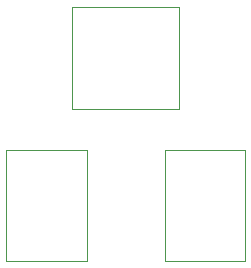
<source format=gbr>
%TF.GenerationSoftware,KiCad,Pcbnew,(5.1.5)-3*%
%TF.CreationDate,2020-05-31T21:31:08+02:00*%
%TF.ProjectId,speaker_grill,73706561-6b65-4725-9f67-72696c6c2e6b,rev?*%
%TF.SameCoordinates,PXbebc200PY5f5e100*%
%TF.FileFunction,Other,User*%
%FSLAX46Y46*%
G04 Gerber Fmt 4.6, Leading zero omitted, Abs format (unit mm)*
G04 Created by KiCad (PCBNEW (5.1.5)-3) date 2020-05-31 21:31:08*
%MOMM*%
%LPD*%
G04 APERTURE LIST*
%ADD10C,0.050000*%
G04 APERTURE END LIST*
D10*
%TO.C,J3*%
X-46700000Y16280000D02*
X-46700000Y25720000D01*
X-39900000Y16280000D02*
X-46700000Y16280000D01*
X-39900000Y25720000D02*
X-39900000Y16280000D01*
X-46700000Y25720000D02*
X-39900000Y25720000D01*
%TO.C,J2*%
X-53300000Y25720000D02*
X-53300000Y16280000D01*
X-60100000Y25720000D02*
X-53300000Y25720000D01*
X-60100000Y16280000D02*
X-60100000Y25720000D01*
X-53300000Y16280000D02*
X-60100000Y16280000D01*
%TO.C,J1*%
X-45450000Y29200000D02*
X-45450000Y37850000D01*
X-54500000Y29200000D02*
X-45450000Y29200000D01*
X-54500000Y37850000D02*
X-54500000Y29200000D01*
X-45450000Y37850000D02*
X-54500000Y37850000D01*
%TD*%
M02*

</source>
